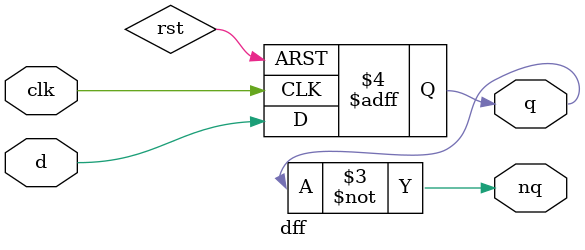
<source format=v>
module dff(
    input d,
    input clk,
    output reg q,
    output nq     
);
    always @ ( posedge clk or posedge rst ) begin
        if(rst == 1) 
            q <= 0;
        else 
            q <= d;
    end
    
    assign nq = ~q;

endmodule

</source>
